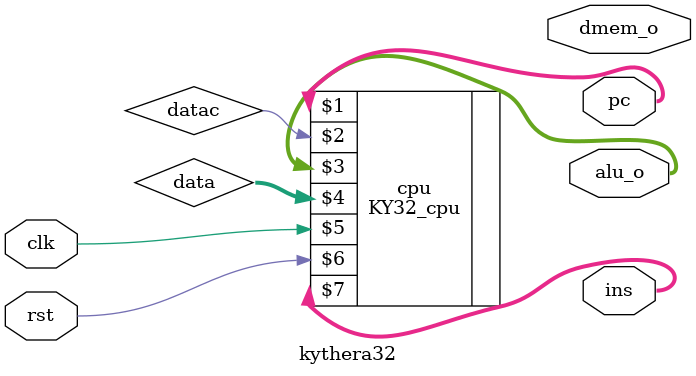
<source format=v>

module kythera32(
  output  [31:0]  pc,       // program counter
  output  [31:0]  ins,      // instruction 
  output  [31:0]  alu_o,    // alu output
  output  [31:0]  dmem_o,   // data memory output 
  input           clk, rst
);

  wire    [31:0]  data;        // data storing in dmem
  wire            datac;       // data memory write control
  
  KY32_cpu    cpu(pc, datac, alu_o, data, clk, rst, ins);
  //KY32_imem   imem(
  //KY32_dmem   dmem(
endmodule

</source>
